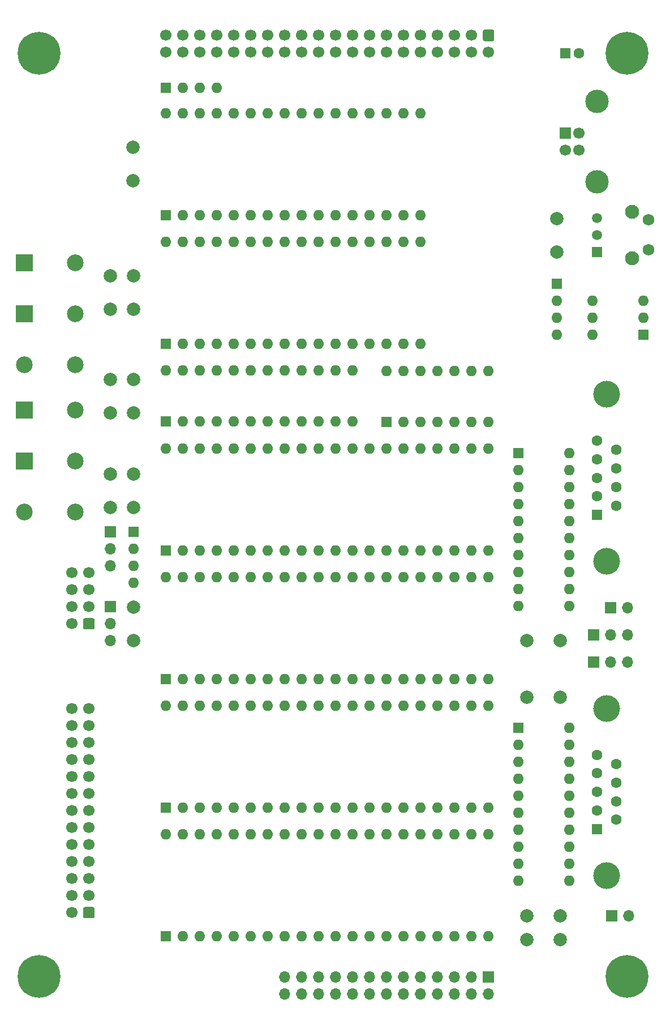
<source format=gbs>
G04 #@! TF.GenerationSoftware,KiCad,Pcbnew,5.1.10*
G04 #@! TF.CreationDate,2022-01-22T00:14:22-08:00*
G04 #@! TF.ProjectId,Z-FIGHTER_Mainboard,5a2d4649-4748-4544-9552-5f4d61696e62,rev?*
G04 #@! TF.SameCoordinates,Original*
G04 #@! TF.FileFunction,Soldermask,Bot*
G04 #@! TF.FilePolarity,Negative*
%FSLAX46Y46*%
G04 Gerber Fmt 4.6, Leading zero omitted, Abs format (unit mm)*
G04 Created by KiCad (PCBNEW 5.1.10) date 2022-01-22 00:14:22*
%MOMM*%
%LPD*%
G01*
G04 APERTURE LIST*
%ADD10O,1.600000X1.600000*%
%ADD11R,1.600000X1.600000*%
%ADD12C,1.700000*%
%ADD13O,1.700000X1.700000*%
%ADD14R,1.700000X1.700000*%
%ADD15R,2.500000X2.500000*%
%ADD16C,2.500000*%
%ADD17C,4.000000*%
%ADD18C,1.600000*%
%ADD19C,3.500000*%
%ADD20C,2.000000*%
%ADD21C,6.400000*%
%ADD22C,2.100000*%
%ADD23C,1.750000*%
%ADD24R,1.500000X1.500000*%
%ADD25C,1.500000*%
G04 APERTURE END LIST*
D10*
X92903600Y-92115800D03*
X141163600Y-107355800D03*
X95443600Y-92115800D03*
X138623600Y-107355800D03*
X97983600Y-92115800D03*
X136083600Y-107355800D03*
X100523600Y-92115800D03*
X133543600Y-107355800D03*
X103063600Y-92115800D03*
X131003600Y-107355800D03*
X105603600Y-92115800D03*
X128463600Y-107355800D03*
X108143600Y-92115800D03*
X125923600Y-107355800D03*
X110683600Y-92115800D03*
X123383600Y-107355800D03*
X113223600Y-92115800D03*
X120843600Y-107355800D03*
X115763600Y-92115800D03*
X118303600Y-107355800D03*
X118303600Y-92115800D03*
X115763600Y-107355800D03*
X120843600Y-92115800D03*
X113223600Y-107355800D03*
X123383600Y-92115800D03*
X110683600Y-107355800D03*
X125923600Y-92115800D03*
X108143600Y-107355800D03*
X128463600Y-92115800D03*
X105603600Y-107355800D03*
X131003600Y-92115800D03*
X103063600Y-107355800D03*
X133543600Y-92115800D03*
X100523600Y-107355800D03*
X136083600Y-92115800D03*
X97983600Y-107355800D03*
X138623600Y-92115800D03*
X95443600Y-107355800D03*
X141163600Y-92115800D03*
D11*
X92903600Y-107355800D03*
G36*
G01*
X82200000Y-117730800D02*
X82200000Y-118930800D01*
G75*
G02*
X81950000Y-119180800I-250000J0D01*
G01*
X80750000Y-119180800D01*
G75*
G02*
X80500000Y-118930800I0J250000D01*
G01*
X80500000Y-117730800D01*
G75*
G02*
X80750000Y-117480800I250000J0D01*
G01*
X81950000Y-117480800D01*
G75*
G02*
X82200000Y-117730800I0J-250000D01*
G01*
G37*
D12*
X81350000Y-115790800D03*
X81350000Y-113250800D03*
X81350000Y-110710800D03*
X78810000Y-118330800D03*
X78810000Y-115790800D03*
X78810000Y-113250800D03*
X78810000Y-110710800D03*
D13*
X110683600Y-173660000D03*
X110683600Y-171120000D03*
X113223600Y-173660000D03*
X113223600Y-171120000D03*
X115763600Y-173660000D03*
X115763600Y-171120000D03*
X118303600Y-173660000D03*
X118303600Y-171120000D03*
X120843600Y-173660000D03*
X120843600Y-171120000D03*
X123383600Y-173660000D03*
X123383600Y-171120000D03*
X125923600Y-173660000D03*
X125923600Y-171120000D03*
X128463600Y-173660000D03*
X128463600Y-171120000D03*
X131003600Y-173660000D03*
X131003600Y-171120000D03*
X133543600Y-173660000D03*
X133543600Y-171120000D03*
X136083600Y-173660000D03*
X136083600Y-171120000D03*
X138623600Y-173660000D03*
X138623600Y-171120000D03*
X141163600Y-173660000D03*
D14*
X141163600Y-171120000D03*
D15*
X71700000Y-93970800D03*
D16*
X79320000Y-93970800D03*
X79318000Y-72025200D03*
D15*
X71698000Y-72025200D03*
X71700000Y-86350800D03*
D16*
X79320000Y-86350800D03*
X79320000Y-101590800D03*
X71700000Y-101590800D03*
X71698000Y-79645200D03*
X79318000Y-79645200D03*
X79318000Y-64405200D03*
D15*
X71698000Y-64405200D03*
D11*
X92903600Y-57250800D03*
D10*
X131003600Y-42010800D03*
X95443600Y-57250800D03*
X128463600Y-42010800D03*
X97983600Y-57250800D03*
X125923600Y-42010800D03*
X100523600Y-57250800D03*
X123383600Y-42010800D03*
X103063600Y-57250800D03*
X120843600Y-42010800D03*
X105603600Y-57250800D03*
X118303600Y-42010800D03*
X108143600Y-57250800D03*
X115763600Y-42010800D03*
X110683600Y-57250800D03*
X113223600Y-42010800D03*
X113223600Y-57250800D03*
X110683600Y-42010800D03*
X115763600Y-57250800D03*
X108143600Y-42010800D03*
X118303600Y-57250800D03*
X105603600Y-42010800D03*
X120843600Y-57250800D03*
X103063600Y-42010800D03*
X123383600Y-57250800D03*
X100523600Y-42010800D03*
X125923600Y-57250800D03*
X97983600Y-42010800D03*
X128463600Y-57250800D03*
X95443600Y-42010800D03*
X131003600Y-57250800D03*
X92903600Y-42010800D03*
G36*
G01*
X82200000Y-160910800D02*
X82200000Y-162110800D01*
G75*
G02*
X81950000Y-162360800I-250000J0D01*
G01*
X80750000Y-162360800D01*
G75*
G02*
X80500000Y-162110800I0J250000D01*
G01*
X80500000Y-160910800D01*
G75*
G02*
X80750000Y-160660800I250000J0D01*
G01*
X81950000Y-160660800D01*
G75*
G02*
X82200000Y-160910800I0J-250000D01*
G01*
G37*
D12*
X81350000Y-158970800D03*
X81350000Y-156430800D03*
X81350000Y-153890800D03*
X81350000Y-151350800D03*
X81350000Y-148810800D03*
X81350000Y-146270800D03*
X81350000Y-143730800D03*
X81350000Y-141190800D03*
X81350000Y-138650800D03*
X81350000Y-136110800D03*
X81350000Y-133570800D03*
X81350000Y-131030800D03*
X78810000Y-161510800D03*
X78810000Y-158970800D03*
X78810000Y-156430800D03*
X78810000Y-153890800D03*
X78810000Y-151350800D03*
X78810000Y-148810800D03*
X78810000Y-146270800D03*
X78810000Y-143730800D03*
X78810000Y-141190800D03*
X78810000Y-138650800D03*
X78810000Y-136110800D03*
X78810000Y-133570800D03*
X78810000Y-131030800D03*
D11*
X145600000Y-92805000D03*
D10*
X153220000Y-115665000D03*
X145600000Y-95345000D03*
X153220000Y-113125000D03*
X145600000Y-97885000D03*
X153220000Y-110585000D03*
X145600000Y-100425000D03*
X153220000Y-108045000D03*
X145600000Y-102965000D03*
X153220000Y-105505000D03*
X145600000Y-105505000D03*
X153220000Y-102965000D03*
X145600000Y-108045000D03*
X153220000Y-100425000D03*
X145600000Y-110585000D03*
X153220000Y-97885000D03*
X145600000Y-113125000D03*
X153220000Y-95345000D03*
X145600000Y-115665000D03*
X153220000Y-92805000D03*
D17*
X158823600Y-84000000D03*
X158823600Y-109000000D03*
D18*
X160243600Y-92345000D03*
X160243600Y-95115000D03*
X160243600Y-97885000D03*
X160243600Y-100655000D03*
X157403600Y-90960000D03*
X157403600Y-93730000D03*
X157403600Y-96500000D03*
X157403600Y-99270000D03*
D11*
X157403600Y-102040000D03*
X157403600Y-149000000D03*
D18*
X157403600Y-146230000D03*
X157403600Y-143460000D03*
X157403600Y-140690000D03*
X157403600Y-137920000D03*
X160243600Y-147615000D03*
X160243600Y-144845000D03*
X160243600Y-142075000D03*
X160243600Y-139305000D03*
D17*
X158823600Y-155960000D03*
X158823600Y-130960000D03*
D12*
X92903600Y-32910000D03*
X95443600Y-32910000D03*
X97983600Y-32910000D03*
X100523600Y-32910000D03*
X103063600Y-32910000D03*
X105603600Y-32910000D03*
X108143600Y-32910000D03*
X110683600Y-32910000D03*
X113223600Y-32910000D03*
X115763600Y-32910000D03*
X118303600Y-32910000D03*
X120843600Y-32910000D03*
X123383600Y-32910000D03*
X125923600Y-32910000D03*
X128463600Y-32910000D03*
X131003600Y-32910000D03*
X133543600Y-32910000D03*
X136083600Y-32910000D03*
X138623600Y-32910000D03*
X141163600Y-32910000D03*
X92903600Y-30370000D03*
X95443600Y-30370000D03*
X97983600Y-30370000D03*
X100523600Y-30370000D03*
X103063600Y-30370000D03*
X105603600Y-30370000D03*
X108143600Y-30370000D03*
X110683600Y-30370000D03*
X113223600Y-30370000D03*
X115763600Y-30370000D03*
X118303600Y-30370000D03*
X120843600Y-30370000D03*
X123383600Y-30370000D03*
X125923600Y-30370000D03*
X128463600Y-30370000D03*
X131003600Y-30370000D03*
X133543600Y-30370000D03*
X136083600Y-30370000D03*
X138623600Y-30370000D03*
G36*
G01*
X140563600Y-29520000D02*
X141763600Y-29520000D01*
G75*
G02*
X142013600Y-29770000I0J-250000D01*
G01*
X142013600Y-30970000D01*
G75*
G02*
X141763600Y-31220000I-250000J0D01*
G01*
X140563600Y-31220000D01*
G75*
G02*
X140313600Y-30970000I0J250000D01*
G01*
X140313600Y-29770000D01*
G75*
G02*
X140563600Y-29520000I250000J0D01*
G01*
G37*
D10*
X92903600Y-149770800D03*
X141163600Y-165010800D03*
X95443600Y-149770800D03*
X138623600Y-165010800D03*
X97983600Y-149770800D03*
X136083600Y-165010800D03*
X100523600Y-149770800D03*
X133543600Y-165010800D03*
X103063600Y-149770800D03*
X131003600Y-165010800D03*
X105603600Y-149770800D03*
X128463600Y-165010800D03*
X108143600Y-149770800D03*
X125923600Y-165010800D03*
X110683600Y-149770800D03*
X123383600Y-165010800D03*
X113223600Y-149770800D03*
X120843600Y-165010800D03*
X115763600Y-149770800D03*
X118303600Y-165010800D03*
X118303600Y-149770800D03*
X115763600Y-165010800D03*
X120843600Y-149770800D03*
X113223600Y-165010800D03*
X123383600Y-149770800D03*
X110683600Y-165010800D03*
X125923600Y-149770800D03*
X108143600Y-165010800D03*
X128463600Y-149770800D03*
X105603600Y-165010800D03*
X131003600Y-149770800D03*
X103063600Y-165010800D03*
X133543600Y-149770800D03*
X100523600Y-165010800D03*
X136083600Y-149770800D03*
X97983600Y-165010800D03*
X138623600Y-149770800D03*
X95443600Y-165010800D03*
X141163600Y-149770800D03*
D11*
X92903600Y-165010800D03*
D10*
X92903600Y-130552800D03*
X141163600Y-145792800D03*
X95443600Y-130552800D03*
X138623600Y-145792800D03*
X97983600Y-130552800D03*
X136083600Y-145792800D03*
X100523600Y-130552800D03*
X133543600Y-145792800D03*
X103063600Y-130552800D03*
X131003600Y-145792800D03*
X105603600Y-130552800D03*
X128463600Y-145792800D03*
X108143600Y-130552800D03*
X125923600Y-145792800D03*
X110683600Y-130552800D03*
X123383600Y-145792800D03*
X113223600Y-130552800D03*
X120843600Y-145792800D03*
X115763600Y-130552800D03*
X118303600Y-145792800D03*
X118303600Y-130552800D03*
X115763600Y-145792800D03*
X120843600Y-130552800D03*
X113223600Y-145792800D03*
X123383600Y-130552800D03*
X110683600Y-145792800D03*
X125923600Y-130552800D03*
X108143600Y-145792800D03*
X128463600Y-130552800D03*
X105603600Y-145792800D03*
X131003600Y-130552800D03*
X103063600Y-145792800D03*
X133543600Y-130552800D03*
X100523600Y-145792800D03*
X136083600Y-130552800D03*
X97983600Y-145792800D03*
X138623600Y-130552800D03*
X95443600Y-145792800D03*
X141163600Y-130552800D03*
D11*
X92903600Y-145792800D03*
X92903600Y-76469100D03*
D10*
X131003600Y-61229100D03*
X95443600Y-76469100D03*
X128463600Y-61229100D03*
X97983600Y-76469100D03*
X125923600Y-61229100D03*
X100523600Y-76469100D03*
X123383600Y-61229100D03*
X103063600Y-76469100D03*
X120843600Y-61229100D03*
X105603600Y-76469100D03*
X118303600Y-61229100D03*
X108143600Y-76469100D03*
X115763600Y-61229100D03*
X110683600Y-76469100D03*
X113223600Y-61229100D03*
X113223600Y-76469100D03*
X110683600Y-61229100D03*
X115763600Y-76469100D03*
X108143600Y-61229100D03*
X118303600Y-76469100D03*
X105603600Y-61229100D03*
X120843600Y-76469100D03*
X103063600Y-61229100D03*
X123383600Y-76469100D03*
X100523600Y-61229100D03*
X125923600Y-76469100D03*
X97983600Y-61229100D03*
X128463600Y-76469100D03*
X95443600Y-61229100D03*
X131003600Y-76469100D03*
X92903600Y-61229100D03*
D11*
X125923600Y-88167500D03*
D10*
X141163600Y-80547500D03*
X128463600Y-88167500D03*
X138623600Y-80547500D03*
X131003600Y-88167500D03*
X136083600Y-80547500D03*
X133543600Y-88167500D03*
X133543600Y-80547500D03*
X136083600Y-88167500D03*
X131003600Y-80547500D03*
X138623600Y-88167500D03*
X128463600Y-80547500D03*
X141163600Y-88167500D03*
X125923600Y-80547500D03*
D11*
X92903600Y-126573800D03*
D10*
X141163600Y-111333800D03*
X95443600Y-126573800D03*
X138623600Y-111333800D03*
X97983600Y-126573800D03*
X136083600Y-111333800D03*
X100523600Y-126573800D03*
X133543600Y-111333800D03*
X103063600Y-126573800D03*
X131003600Y-111333800D03*
X105603600Y-126573800D03*
X128463600Y-111333800D03*
X108143600Y-126573800D03*
X125923600Y-111333800D03*
X110683600Y-126573800D03*
X123383600Y-111333800D03*
X113223600Y-126573800D03*
X120843600Y-111333800D03*
X115763600Y-126573800D03*
X118303600Y-111333800D03*
X118303600Y-126573800D03*
X115763600Y-111333800D03*
X120843600Y-126573800D03*
X113223600Y-111333800D03*
X123383600Y-126573800D03*
X110683600Y-111333800D03*
X125923600Y-126573800D03*
X108143600Y-111333800D03*
X128463600Y-126573800D03*
X105603600Y-111333800D03*
X131003600Y-126573800D03*
X103063600Y-111333800D03*
X133543600Y-126573800D03*
X100523600Y-111333800D03*
X136083600Y-126573800D03*
X97983600Y-111333800D03*
X138623600Y-126573800D03*
X95443600Y-111333800D03*
X141163600Y-126573800D03*
X92903600Y-111333800D03*
D14*
X152673600Y-45010800D03*
D12*
X152673600Y-47510800D03*
X154673600Y-47510800D03*
X154673600Y-45010800D03*
D19*
X157383600Y-40240800D03*
X157383600Y-52280800D03*
D20*
X151373600Y-62730800D03*
X151373600Y-57730800D03*
X88070600Y-86787500D03*
X88070600Y-81787500D03*
D21*
X161903600Y-33010800D03*
X73903600Y-33010800D03*
D20*
X84530600Y-95960800D03*
X84530600Y-100960800D03*
X88070600Y-71344100D03*
X88070600Y-66344100D03*
X87943600Y-47125800D03*
X87943600Y-52125800D03*
X88070600Y-100960800D03*
X88070600Y-95960800D03*
X88002800Y-115870800D03*
X88002800Y-120870800D03*
D21*
X161903600Y-171010800D03*
X73903600Y-171010800D03*
D22*
X162603600Y-56705800D03*
D23*
X165093600Y-57955800D03*
X165093600Y-62455800D03*
D22*
X162603600Y-63715800D03*
D11*
X92903600Y-88087500D03*
D10*
X120843600Y-80467500D03*
X95443600Y-88087500D03*
X118303600Y-80467500D03*
X97983600Y-88087500D03*
X115763600Y-80467500D03*
X100523600Y-88087500D03*
X113223600Y-80467500D03*
X103063600Y-88087500D03*
X110683600Y-80467500D03*
X105603600Y-88087500D03*
X108143600Y-80467500D03*
X108143600Y-88087500D03*
X105603600Y-80467500D03*
X110683600Y-88087500D03*
X103063600Y-80467500D03*
X113223600Y-88087500D03*
X100523600Y-80467500D03*
X115763600Y-88087500D03*
X97983600Y-80467500D03*
X118303600Y-88087500D03*
X95443600Y-80467500D03*
X120843600Y-88087500D03*
X92903600Y-80467500D03*
D11*
X164283600Y-75130800D03*
D10*
X156663600Y-70050800D03*
X164283600Y-72590800D03*
X156663600Y-72590800D03*
X164283600Y-70050800D03*
X156663600Y-75130800D03*
D11*
X151403600Y-67510800D03*
D10*
X151403600Y-70050800D03*
X151403600Y-72590800D03*
X151403600Y-75130800D03*
D11*
X92903600Y-38240200D03*
D10*
X95443600Y-38240200D03*
X97983600Y-38240200D03*
X100523600Y-38240200D03*
D20*
X146900000Y-165500000D03*
X151900000Y-165500000D03*
X84530600Y-86787500D03*
X84530600Y-81787500D03*
D10*
X153220000Y-133845000D03*
X145600000Y-156705000D03*
X153220000Y-136385000D03*
X145600000Y-154165000D03*
X153220000Y-138925000D03*
X145600000Y-151625000D03*
X153220000Y-141465000D03*
X145600000Y-149085000D03*
X153220000Y-144005000D03*
X145600000Y-146545000D03*
X153220000Y-146545000D03*
X145600000Y-144005000D03*
X153220000Y-149085000D03*
X145600000Y-141465000D03*
X153220000Y-151625000D03*
X145600000Y-138925000D03*
X153220000Y-154165000D03*
X145600000Y-136385000D03*
X153220000Y-156705000D03*
D11*
X145600000Y-133845000D03*
D20*
X146900000Y-161950000D03*
X151900000Y-161950000D03*
X146900000Y-120870800D03*
X151900000Y-120870800D03*
X151900000Y-129276800D03*
X146900000Y-129276800D03*
D11*
X152673600Y-33000000D03*
D18*
X154673600Y-33000000D03*
D14*
X84530600Y-115790800D03*
D13*
X84530600Y-118330800D03*
X84530600Y-120870800D03*
D24*
X157383600Y-62770800D03*
D25*
X157383600Y-57690800D03*
X157383600Y-60230800D03*
D20*
X84530600Y-66344100D03*
X84530600Y-71344100D03*
D13*
X84530600Y-109682300D03*
X84530600Y-107142300D03*
D14*
X84530600Y-104602300D03*
D13*
X161933600Y-124069800D03*
X159393600Y-124069800D03*
D14*
X156853600Y-124069800D03*
X156853600Y-119994500D03*
D13*
X159393600Y-119994500D03*
X161933600Y-119994500D03*
D14*
X159552350Y-161950000D03*
D13*
X162092350Y-161950000D03*
D14*
X159390600Y-115941800D03*
D13*
X161930600Y-115941800D03*
D11*
X88002800Y-104602300D03*
D10*
X88002800Y-107142300D03*
X88002800Y-109682300D03*
X88002800Y-112222300D03*
M02*

</source>
